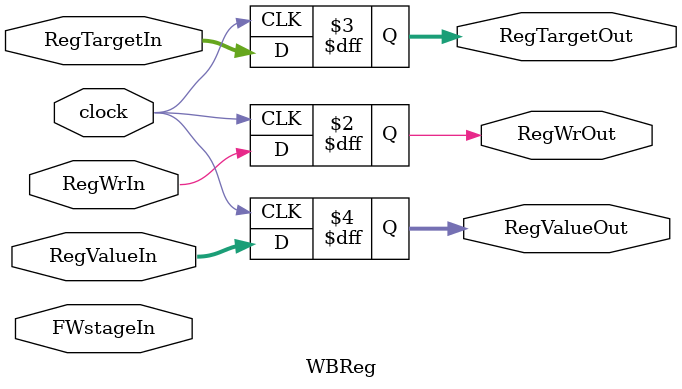
<source format=sv>

/* pipeline register after 1st operation register */
module pipelineReg(
input clock, 
input RegWrIn, 
input unsigned [6:0]RegTargetIn, 
input signed[127:0]RegValueIn, 
input unsigned [3:0]FWstageIn, 
output logic RegWrOut, 
output logic unsigned [6:0]RegTargetOut, 
output logic signed [127:0]RegValueOut, 
output logic unsigned [3:0]FWstageOut, 
/*output logic FWRRegWrOut, 
output logic unsigned [6:0] FWRRegTargetOut, 
output logic signed [127:0]FWRRegValueOut, 
output logic unsigned [3:0]FWRstageOut
*/);

parameter unsigned current_stage = 3;

/*always_comb begin                         // this block is for fw unit

    FWRRegWrOut = RegWrIn;
    FWRRegTargetOut = RegTargetIn;
    FWRRegValueOut = RegValueIn;
    FWRstageOut = FWstageIn;
 
end
*/

always_ff @( posedge clock ) begin          // this block is for following pipeline register
     
    RegWrOut <= RegWrIn;
    RegTargetOut <= RegTargetIn;
    RegValueOut <= RegValueIn;
    FWstageOut <= FWstageIn;
    
end

endmodule

/* write back stage */
module WBReg(input clock, input RegWrIn, input unsigned [6:0]RegTargetIn,             
input signed [127:0]RegValueIn, input unsigned [3:0]FWstageIn, output logic RegWrOut, 
output logic unsigned [6:0]RegTargetOut, output logic signed [127:0]RegValueOut);

always_ff @( posedge clock ) begin 
    
    RegTargetOut <= RegTargetIn;
    RegValueOut <= RegValueIn;
    RegWrOut <= RegWrIn;
    
end

endmodule





</source>
